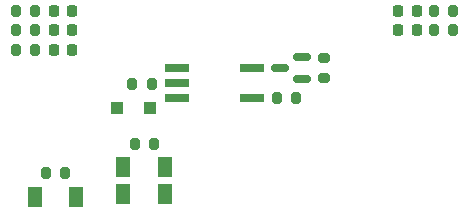
<source format=gbr>
%TF.GenerationSoftware,KiCad,Pcbnew,(6.0.9)*%
%TF.CreationDate,2022-11-10T15:00:12+05:30*%
%TF.ProjectId,Gate Driver TLP152,47617465-2044-4726-9976-657220544c50,rev?*%
%TF.SameCoordinates,Original*%
%TF.FileFunction,Paste,Top*%
%TF.FilePolarity,Positive*%
%FSLAX46Y46*%
G04 Gerber Fmt 4.6, Leading zero omitted, Abs format (unit mm)*
G04 Created by KiCad (PCBNEW (6.0.9)) date 2022-11-10 15:00:12*
%MOMM*%
%LPD*%
G01*
G04 APERTURE LIST*
G04 Aperture macros list*
%AMRoundRect*
0 Rectangle with rounded corners*
0 $1 Rounding radius*
0 $2 $3 $4 $5 $6 $7 $8 $9 X,Y pos of 4 corners*
0 Add a 4 corners polygon primitive as box body*
4,1,4,$2,$3,$4,$5,$6,$7,$8,$9,$2,$3,0*
0 Add four circle primitives for the rounded corners*
1,1,$1+$1,$2,$3*
1,1,$1+$1,$4,$5*
1,1,$1+$1,$6,$7*
1,1,$1+$1,$8,$9*
0 Add four rect primitives between the rounded corners*
20,1,$1+$1,$2,$3,$4,$5,0*
20,1,$1+$1,$4,$5,$6,$7,0*
20,1,$1+$1,$6,$7,$8,$9,0*
20,1,$1+$1,$8,$9,$2,$3,0*%
G04 Aperture macros list end*
%ADD10RoundRect,0.200000X-0.200000X-0.275000X0.200000X-0.275000X0.200000X0.275000X-0.200000X0.275000X0*%
%ADD11RoundRect,0.200000X0.200000X0.275000X-0.200000X0.275000X-0.200000X-0.275000X0.200000X-0.275000X0*%
%ADD12RoundRect,0.218750X-0.218750X-0.256250X0.218750X-0.256250X0.218750X0.256250X-0.218750X0.256250X0*%
%ADD13R,1.100000X1.100000*%
%ADD14R,2.000000X0.640000*%
%ADD15RoundRect,0.200000X0.275000X-0.200000X0.275000X0.200000X-0.275000X0.200000X-0.275000X-0.200000X0*%
%ADD16R,1.300000X1.700000*%
%ADD17RoundRect,0.150000X0.587500X0.150000X-0.587500X0.150000X-0.587500X-0.150000X0.587500X-0.150000X0*%
G04 APERTURE END LIST*
D10*
%TO.C,R5*%
X23559000Y-8763000D03*
X25209000Y-8763000D03*
%TD*%
D11*
%TO.C,R4*%
X3111000Y-3048000D03*
X1461000Y-3048000D03*
%TD*%
D12*
%TO.C,D1*%
X33819500Y-1397000D03*
X35394500Y-1397000D03*
%TD*%
D10*
%TO.C,R6*%
X11519000Y-12700000D03*
X13169000Y-12700000D03*
%TD*%
D13*
%TO.C,D7*%
X12830000Y-9652000D03*
X10030000Y-9652000D03*
%TD*%
D14*
%TO.C,IC1*%
X21438000Y-8763000D03*
X21438000Y-6223000D03*
X15138000Y-6223000D03*
X15138000Y-7493000D03*
X15138000Y-8763000D03*
%TD*%
D15*
%TO.C,R19*%
X27559000Y-7048000D03*
X27559000Y-5398000D03*
%TD*%
D12*
%TO.C,D2*%
X33819500Y-3048000D03*
X35394500Y-3048000D03*
%TD*%
D10*
%TO.C,R2*%
X36830000Y-3048000D03*
X38480000Y-3048000D03*
%TD*%
D16*
%TO.C,D9*%
X6576000Y-17145000D03*
X3076000Y-17145000D03*
%TD*%
D10*
%TO.C,R14*%
X4001000Y-15113000D03*
X5651000Y-15113000D03*
%TD*%
D12*
%TO.C,D3*%
X4673500Y-1397000D03*
X6248500Y-1397000D03*
%TD*%
%TO.C,D8*%
X4673500Y-4699000D03*
X6248500Y-4699000D03*
%TD*%
D16*
%TO.C,D6*%
X10569000Y-14605000D03*
X14069000Y-14605000D03*
%TD*%
D11*
%TO.C,R3*%
X3111000Y-1397000D03*
X1461000Y-1397000D03*
%TD*%
%TO.C,R13*%
X12953000Y-7620000D03*
X11303000Y-7620000D03*
%TD*%
D10*
%TO.C,R1*%
X36830000Y-1397000D03*
X38480000Y-1397000D03*
%TD*%
D16*
%TO.C,D5*%
X10569000Y-16904000D03*
X14069000Y-16904000D03*
%TD*%
D12*
%TO.C,D4*%
X4673500Y-3048000D03*
X6248500Y-3048000D03*
%TD*%
D17*
%TO.C,Q1*%
X25702500Y-7173000D03*
X25702500Y-5273000D03*
X23827500Y-6223000D03*
%TD*%
D11*
%TO.C,R11*%
X3111000Y-4699000D03*
X1461000Y-4699000D03*
%TD*%
M02*

</source>
